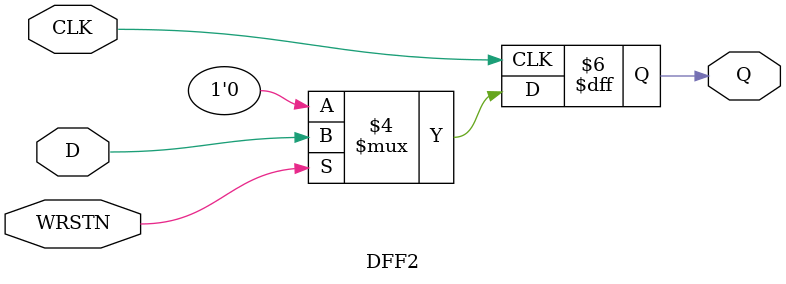
<source format=v>
module DFF2(WRSTN,CLK,D,Q);
  
input WRSTN;
input CLK;
input D;
output Q;

 reg Q;
 always @ (posedge CLK)
 if  (!WRSTN)
   Q=0;
 else Q <= D;
endmodule
</source>
